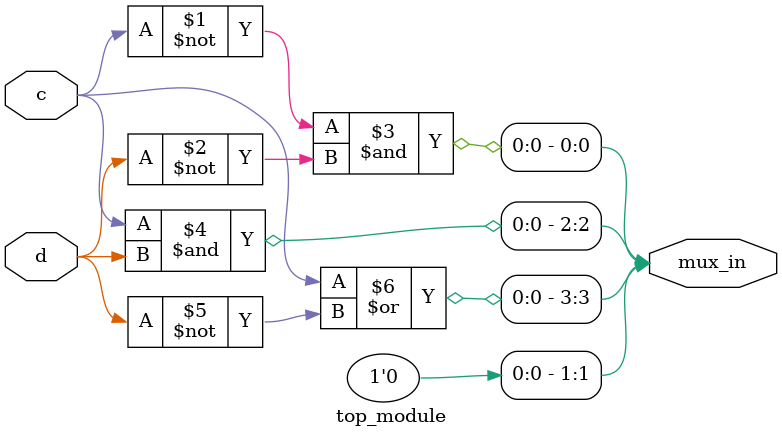
<source format=sv>
module top_module (
    input c,
    input d,
    output [3:0] mux_in
);

    assign mux_in[0] = (~c & ~d);    // when ab = 00
    assign mux_in[1] = 1'b0;         // when ab = 01
    assign mux_in[2] = (c & d);      // when ab = 11
    assign mux_in[3] = (c | ~d);     // when ab = 10

endmodule

</source>
